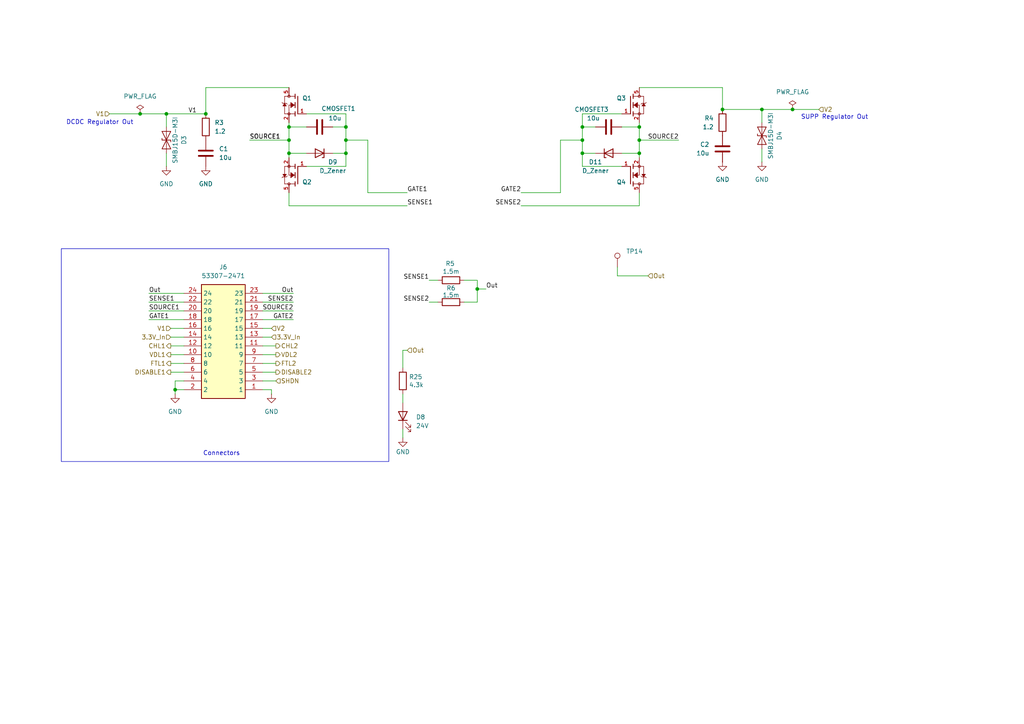
<source format=kicad_sch>
(kicad_sch (version 20250114) (generator "eeschema") (generator_version "9.0")
  (paper "A4")
  (lib_symbols
    (symbol "Connector:TestPoint" (pin_numbers (hide yes)) (pin_names (offset 0.762) (hide yes))
      (property "Reference" "TP" (at 0 6.858 0))
      (property "Value" "TestPoint" (at 0 5.08 0))
      (symbol "TestPoint_0_1"
        (circle (center 0 3.302) (radius 0.762))
      )
      (symbol "TestPoint_1_1"
        (pin passive line (at 0 0 90) (length 2.54) (name "1") (number "1"))
      )
    )
    (symbol "Device:D_Zener" (pin_numbers (hide yes)) (pin_names (offset 1.016) (hide yes))
      (property "Reference" "D" (at 0 2.54 0))
      (property "Value" "D_Zener" (at 0 -2.54 0))
      (symbol "D_Zener_0_1"
        (polyline (pts (xy -1.27 -1.27) (xy -1.27 1.27) (xy -0.762 1.27)) (stroke (width 0.254)))
        (polyline (pts (xy 1.27 0) (xy -1.27 0)))
        (polyline (pts (xy 1.27 -1.27) (xy 1.27 1.27) (xy -1.27 0) (xy 1.27 -1.27)) (stroke (width 0.254)))
      )
      (symbol "D_Zener_1_1"
        (pin passive line (at -3.81 0 0) (length 2.54) (name "K") (number "1"))
        (pin passive line (at 3.81 0 180) (length 2.54) (name "A") (number "2"))
      )
    )
    (symbol "Device:LED" (pin_numbers (hide yes)) (pin_names (offset 1.016) (hide yes))
      (property "Reference" "D" (at 0 2.54 0))
      (property "Value" "LED" (at 0 -2.54 0))
      (symbol "LED_0_1"
        (polyline (pts (xy -3.048 -0.762) (xy -4.572 -2.286) (xy -3.81 -2.286) (xy -4.572 -2.286) (xy -4.572 -1.524)))
        (polyline (pts (xy -1.778 -0.762) (xy -3.302 -2.286) (xy -2.54 -2.286) (xy -3.302 -2.286) (xy -3.302 -1.524)))
        (polyline (pts (xy -1.27 0) (xy 1.27 0)))
        (polyline (pts (xy -1.27 -1.27) (xy -1.27 1.27)) (stroke (width 0.254)))
        (polyline (pts (xy 1.27 -1.27) (xy 1.27 1.27) (xy -1.27 0) (xy 1.27 -1.27)) (stroke (width 0.254)))
      )
      (symbol "LED_1_1"
        (pin passive line (at -3.81 0 0) (length 2.54) (name "K") (number "1"))
        (pin passive line (at 3.81 0 180) (length 2.54) (name "A") (number "2"))
      )
    )
    (symbol "Device:R" (pin_numbers (hide yes)) (pin_names (offset 0))
      (property "Reference" "R" (at 2.032 0 90))
      (property "Value" "R" (at 0 0 90))
      (symbol "R_0_1"
        (rectangle (start -1.016 -2.54) (end 1.016 2.54) (stroke (width 0.254)))
      )
      (symbol "R_1_1"
        (pin passive line (at 0 3.81 270) (length 1.27) (name "~") (number "1"))
        (pin passive line (at 0 -3.81 90) (length 1.27) (name "~") (number "2"))
      )
    )
    (symbol "ECE319K:C" (pin_numbers (hide yes)) (pin_names (offset 0.254))
      (property "Reference" "C" (at 0.635 2.54 0))
      (property "Value" "C" (at 0.635 -2.54 0))
      (symbol "C_0_1"
        (polyline (pts (xy -2.032 0.762) (xy 2.032 0.762)) (stroke (width 0.508)))
        (polyline (pts (xy -2.032 -0.762) (xy 2.032 -0.762)) (stroke (width 0.508)))
      )
      (symbol "C_1_1"
        (pin passive line (at 0 3.81 270) (length 2.794) (name "~") (number "1"))
        (pin passive line (at 0 -3.81 90) (length 2.794) (name "~") (number "2"))
      )
    )
    (symbol "PowerBoardLib:SMBJ15D-M3I" (pin_numbers (hide yes)) (pin_names (hide yes))
      (property "Reference" "D" (at 0 5.08 0))
      (property "Value" "SMBJ15D-M3I" (at 0 2.54 0))
      (symbol "SMBJ15D-M3I_0_1"
        (polyline (pts (xy -2.54 -1.27) (xy 0 0) (xy -2.54 1.27) (xy -2.54 -1.27)) (stroke (width 0.2032)))
        (polyline (pts (xy 0.508 1.27) (xy 0 1.27) (xy 0 -1.27) (xy -0.508 -1.27)) (stroke (width 0.2032)))
        (polyline (pts (xy 1.27 0) (xy -1.27 0)))
        (polyline (pts (xy 2.54 1.27) (xy 2.54 -1.27) (xy 0 0) (xy 2.54 1.27)) (stroke (width 0.2032)))
      )
      (symbol "SMBJ15D-M3I_1_1"
        (pin passive line (at -3.81 0 0) (length 2.54) (name "K") (number "1"))
        (pin passive line (at 3.81 0 180) (length 2.54) (name "A") (number "2"))
      )
    )
    (symbol "PowerBoardLib:SQJQ140E-T1_GE3" (pin_names (offset 1.016))
      (property "Reference" "Q" (at -8.89 2.54 0))
      (property "Value" "SQJQ140E-T1_GE3" (at -8.89 -7.62 0))
      (symbol "SQJQ140E-T1_GE3_0_0"
        (polyline (pts (xy 0 2.54) (xy 0 -2.54)) (stroke (width 0.254)))
        (polyline (pts (xy 0.762 3.175) (xy 0.762 2.54)) (stroke (width 0.254)))
        (polyline (pts (xy 0.762 2.54) (xy 0.762 1.905)) (stroke (width 0.254)))
        (polyline (pts (xy 0.762 2.54) (xy 3.81 2.54)) (stroke (width 0.1524)))
        (polyline (pts (xy 0.762 0.762) (xy 0.762 0)) (stroke (width 0.254)))
        (polyline (pts (xy 0.762 0) (xy 0.762 -0.762)) (stroke (width 0.254)))
        (polyline (pts (xy 0.762 0) (xy 2.54 0)) (stroke (width 0.1524)))
        (polyline (pts (xy 0.762 -1.905) (xy 0.762 -2.54)) (stroke (width 0.254)))
        (polyline (pts (xy 0.762 -2.54) (xy 0.762 -3.175)) (stroke (width 0.254)))
        (polyline (pts (xy 1.016 0) (xy 2.032 0.762) (xy 2.032 -0.762) (xy 1.016 0)) (stroke (width 0.1524)) (fill (type outline)))
        (circle (center 2.54 2.54) (radius 0.3592))
        (polyline (pts (xy 2.54 0) (xy 2.54 -2.54)) (stroke (width 0.1524)))
        (polyline (pts (xy 2.54 -2.54) (xy 0.762 -2.54)) (stroke (width 0.1524)))
        (polyline (pts (xy 2.54 -2.54) (xy 3.81 -2.54)) (stroke (width 0.1524)))
        (circle (center 2.54 -2.54) (radius 0.3592))
        (polyline (pts (xy 3.302 0.508) (xy 3.048 0.254)) (stroke (width 0.1524)))
        (polyline (pts (xy 3.81 2.54) (xy 3.81 0.508)) (stroke (width 0.1524)))
        (polyline (pts (xy 3.81 0.508) (xy 3.302 0.508)) (stroke (width 0.1524)))
        (polyline (pts (xy 3.81 0.508) (xy 3.81 -2.54)) (stroke (width 0.1524)))
        (polyline (pts (xy 3.81 0.508) (xy 3.302 -0.254) (xy 4.318 -0.254) (xy 3.81 0.508)) (stroke (width 0.1524)) (fill (type outline)))
        (polyline (pts (xy 4.318 0.508) (xy 3.81 0.508)) (stroke (width 0.1524)))
        (polyline (pts (xy 4.572 0.762) (xy 4.318 0.508)) (stroke (width 0.1524)))
        (pin passive line (at -2.54 -2.54 0) (length 2.54) (name "~") (number "1"))
        (pin passive line (at 2.54 5.08 270) (length 2.54) (name "~") (number "5"))
        (pin passive line (at 2.54 -5.08 90) (length 2.54) (name "~") (number "2"))
      )
      (symbol "SQJQ140E-T1_GE3_1_0"
        (pin passive line (at 2.54 -5.08 90) (length 2.54) (hide yes) (name "~") (number "3"))
        (pin passive line (at 2.54 -5.08 90) (length 2.54) (hide yes) (name "~") (number "4"))
      )
    )
    (symbol "power:GND" (power) (pin_numbers (hide yes)) (pin_names (offset 0) (hide yes))
      (property "Value" "GND" (at 0 -3.81 0))
      (symbol "GND_0_1"
        (polyline (pts (xy 0 0) (xy 0 -1.27) (xy 1.27 -1.27) (xy 0 -2.54) (xy -1.27 -1.27) (xy 0 -1.27)))
      )
      (symbol "GND_1_1"
        (pin power_in line (at 0 0 270) (length 0) (name "~") (number "1"))
      )
    )
    (symbol "power:PWR_FLAG" (power) (pin_numbers (hide yes)) (pin_names (offset 0) (hide yes))
      (property "Value" "PWR_FLAG" (at 0 3.81 0))
      (symbol "PWR_FLAG_0_0"
        (pin power_out line (at 0 0 90) (length 0) (name "~") (number "1"))
      )
      (symbol "PWR_FLAG_0_1"
        (polyline (pts (xy 0 0) (xy 0 1.27) (xy -1.016 1.905) (xy 0 2.54) (xy 1.016 1.905) (xy 0 1.27)))
      )
    )
    (symbol "utsvt_connectors:53307-2471"
      (property "Reference" "J" (at 10.16 7.62 0))
      (property "Value" "53307-2471" (at 4.826 5.08 0))
      (symbol "53307-2471_1_1"
        (rectangle (start 5.08 2.54) (end 17.78 -30.48) (stroke (width 0.254)) (fill (type background)))
        (pin passive line (at 0 0 0) (length 5.08) (name "24") (number "24"))
        (pin passive line (at 0 -2.54 0) (length 5.08) (name "22") (number "22"))
        (pin passive line (at 0 -5.08 0) (length 5.08) (name "20") (number "20"))
        (pin passive line (at 0 -7.62 0) (length 5.08) (name "18") (number "18"))
        (pin passive line (at 0 -10.16 0) (length 5.08) (name "16") (number "16"))
        (pin passive line (at 0 -12.7 0) (length 5.08) (name "14") (number "14"))
        (pin passive line (at 0 -15.24 0) (length 5.08) (name "12") (number "12"))
        (pin passive line (at 0 -17.78 0) (length 5.08) (name "10") (number "10"))
        (pin passive line (at 0 -20.32 0) (length 5.08) (name "8") (number "8"))
        (pin passive line (at 0 -22.86 0) (length 5.08) (name "6") (number "6"))
        (pin passive line (at 0 -25.4 0) (length 5.08) (name "4") (number "4"))
        (pin passive line (at 0 -27.94 0) (length 5.08) (name "2") (number "2"))
        (pin passive line (at 22.86 0 180) (length 5.08) (name "23") (number "23"))
        (pin passive line (at 22.86 -2.54 180) (length 5.08) (name "21") (number "21"))
        (pin passive line (at 22.86 -5.08 180) (length 5.08) (name "19") (number "19"))
        (pin passive line (at 22.86 -7.62 180) (length 5.08) (name "17") (number "17"))
        (pin passive line (at 22.86 -10.16 180) (length 5.08) (name "15") (number "15"))
        (pin passive line (at 22.86 -12.7 180) (length 5.08) (name "13") (number "13"))
        (pin passive line (at 22.86 -15.24 180) (length 5.08) (name "11") (number "11"))
        (pin passive line (at 22.86 -17.78 180) (length 5.08) (name "9") (number "9"))
        (pin passive line (at 22.86 -20.32 180) (length 5.08) (name "7") (number "7"))
        (pin passive line (at 22.86 -22.86 180) (length 5.08) (name "5") (number "5"))
        (pin passive line (at 22.86 -25.4 180) (length 5.08) (name "3") (number "3"))
        (pin passive line (at 22.86 -27.94 180) (length 5.08) (name "1") (number "1"))
      )
    )
  )
  (rectangle (start 17.78 72.136) (end 112.776 133.858))
  (text "SUPP Regulator Out\n" (at 242.062 34.036 0) (effects (font (size 1.27 1.27))))
  (text "DCDC Regulator Out\n" (at 28.956 35.56 0) (effects (font (size 1.27 1.27))))
  (text "Connectors\n" (at 64.262 131.572 0) (effects (font (size 1.27 1.27))))
  (junction (at 185.42 40.64))
  (junction (at 185.42 44.45))
  (junction (at 168.91 44.45))
  (junction (at 50.8 113.03))
  (junction (at 185.42 36.83))
  (junction (at 100.33 40.64))
  (junction (at 220.98 31.75))
  (junction (at 138.43 83.82))
  (junction (at 59.69 33.02))
  (junction (at 40.64 33.02))
  (junction (at 168.91 40.64))
  (junction (at 83.82 40.64))
  (junction (at 209.55 31.75))
  (junction (at 100.33 36.83))
  (junction (at 100.33 44.45))
  (junction (at 168.91 36.83))
  (junction (at 229.87 31.75))
  (junction (at 48.26 33.02))
  (junction (at 83.82 36.83))
  (junction (at 83.82 44.45))
  (wire (pts (xy 185.42 40.64) (xy 185.42 44.45)))
  (wire (pts (xy 83.82 44.45) (xy 83.82 45.72)))
  (wire (pts (xy 116.84 114.3) (xy 116.84 116.84)))
  (wire (pts (xy 49.53 105.41) (xy 53.34 105.41)))
  (wire (pts (xy 138.43 83.82) (xy 138.43 87.63)))
  (wire (pts (xy 83.82 36.83) (xy 83.82 40.64)))
  (wire (pts (xy 134.62 81.28) (xy 138.43 81.28)))
  (wire (pts (xy 220.98 31.75) (xy 209.55 31.75)))
  (wire (pts (xy 179.07 80.01) (xy 187.96 80.01)))
  (wire (pts (xy 124.46 87.63) (xy 127 87.63)))
  (wire (pts (xy 180.34 48.26) (xy 168.91 48.26)))
  (wire (pts (xy 172.72 44.45) (xy 168.91 44.45)))
  (wire (pts (xy 106.68 55.88) (xy 106.68 40.64)))
  (wire (pts (xy 124.46 81.28) (xy 127 81.28)))
  (wire (pts (xy 185.42 36.83) (xy 185.42 40.64)))
  (wire (pts (xy 49.53 97.79) (xy 53.34 97.79)))
  (wire (pts (xy 168.91 33.02) (xy 168.91 36.83)))
  (wire (pts (xy 53.34 113.03) (xy 50.8 113.03)))
  (wire (pts (xy 83.82 59.69) (xy 118.11 59.69)))
  (wire (pts (xy 185.42 35.56) (xy 185.42 36.83)))
  (wire (pts (xy 31.75 33.02) (xy 40.64 33.02)))
  (wire (pts (xy 220.98 35.56) (xy 220.98 31.75)))
  (wire (pts (xy 49.53 102.87) (xy 53.34 102.87)))
  (wire (pts (xy 76.2 107.95) (xy 80.01 107.95)))
  (wire (pts (xy 85.09 85.09) (xy 76.2 85.09)))
  (wire (pts (xy 134.62 87.63) (xy 138.43 87.63)))
  (wire (pts (xy 96.52 44.45) (xy 100.33 44.45)))
  (wire (pts (xy 168.91 36.83) (xy 168.91 40.64)))
  (wire (pts (xy 49.53 100.33) (xy 53.34 100.33)))
  (wire (pts (xy 48.26 48.26) (xy 48.26 44.45)))
  (wire (pts (xy 180.34 44.45) (xy 185.42 44.45)))
  (wire (pts (xy 76.2 105.41) (xy 80.01 105.41)))
  (wire (pts (xy 162.56 40.64) (xy 168.91 40.64)))
  (wire (pts (xy 76.2 97.79) (xy 78.74 97.79)))
  (wire (pts (xy 83.82 55.88) (xy 83.82 59.69)))
  (wire (pts (xy 100.33 40.64) (xy 100.33 44.45)))
  (wire (pts (xy 78.74 113.03) (xy 78.74 114.3)))
  (wire (pts (xy 53.34 110.49) (xy 50.8 110.49)))
  (wire (pts (xy 43.18 85.09) (xy 53.34 85.09)))
  (wire (pts (xy 138.43 81.28) (xy 138.43 83.82)))
  (wire (pts (xy 151.13 59.69) (xy 185.42 59.69)))
  (wire (pts (xy 116.84 101.6) (xy 116.84 106.68)))
  (wire (pts (xy 76.2 95.25) (xy 78.74 95.25)))
  (wire (pts (xy 172.72 36.83) (xy 168.91 36.83)))
  (wire (pts (xy 151.13 55.88) (xy 162.56 55.88)))
  (wire (pts (xy 59.69 25.4) (xy 83.82 25.4)))
  (wire (pts (xy 76.2 87.63) (xy 85.09 87.63)))
  (wire (pts (xy 50.8 110.49) (xy 50.8 113.03)))
  (wire (pts (xy 72.39 40.64) (xy 83.82 40.64)))
  (wire (pts (xy 100.33 33.02) (xy 100.33 36.83)))
  (wire (pts (xy 76.2 113.03) (xy 78.74 113.03)))
  (wire (pts (xy 229.87 31.75) (xy 220.98 31.75)))
  (wire (pts (xy 229.87 31.75) (xy 237.49 31.75)))
  (wire (pts (xy 49.53 95.25) (xy 53.34 95.25)))
  (wire (pts (xy 96.52 36.83) (xy 100.33 36.83)))
  (wire (pts (xy 43.18 92.71) (xy 53.34 92.71)))
  (wire (pts (xy 106.68 55.88) (xy 118.11 55.88)))
  (wire (pts (xy 43.18 87.63) (xy 53.34 87.63)))
  (wire (pts (xy 88.9 36.83) (xy 83.82 36.83)))
  (wire (pts (xy 100.33 36.83) (xy 100.33 40.64)))
  (wire (pts (xy 76.2 90.17) (xy 85.09 90.17)))
  (wire (pts (xy 116.84 101.6) (xy 118.11 101.6)))
  (wire (pts (xy 83.82 35.56) (xy 83.82 36.83)))
  (wire (pts (xy 49.53 107.95) (xy 53.34 107.95)))
  (wire (pts (xy 116.84 124.46) (xy 116.84 127)))
  (wire (pts (xy 180.34 33.02) (xy 168.91 33.02)))
  (wire (pts (xy 180.34 36.83) (xy 185.42 36.83)))
  (wire (pts (xy 76.2 100.33) (xy 80.01 100.33)))
  (wire (pts (xy 43.18 90.17) (xy 53.34 90.17)))
  (wire (pts (xy 59.69 33.02) (xy 59.69 25.4)))
  (wire (pts (xy 185.42 25.4) (xy 209.55 25.4)))
  (wire (pts (xy 88.9 48.26) (xy 100.33 48.26)))
  (wire (pts (xy 83.82 40.64) (xy 83.82 44.45)))
  (wire (pts (xy 48.26 36.83) (xy 48.26 33.02)))
  (wire (pts (xy 76.2 92.71) (xy 85.09 92.71)))
  (wire (pts (xy 76.2 110.49) (xy 80.01 110.49)))
  (wire (pts (xy 168.91 44.45) (xy 168.91 48.26)))
  (wire (pts (xy 100.33 40.64) (xy 106.68 40.64)))
  (wire (pts (xy 209.55 31.75) (xy 209.55 25.4)))
  (wire (pts (xy 185.42 44.45) (xy 185.42 45.72)))
  (wire (pts (xy 76.2 102.87) (xy 80.01 102.87)))
  (wire (pts (xy 100.33 44.45) (xy 100.33 48.26)))
  (wire (pts (xy 40.64 33.02) (xy 48.26 33.02)))
  (wire (pts (xy 185.42 55.88) (xy 185.42 59.69)))
  (wire (pts (xy 88.9 33.02) (xy 100.33 33.02)))
  (wire (pts (xy 179.07 77.47) (xy 179.07 80.01)))
  (wire (pts (xy 50.8 113.03) (xy 50.8 114.3)))
  (wire (pts (xy 220.98 46.99) (xy 220.98 43.18)))
  (wire (pts (xy 196.85 40.64) (xy 185.42 40.64)))
  (wire (pts (xy 88.9 44.45) (xy 83.82 44.45)))
  (wire (pts (xy 162.56 40.64) (xy 162.56 55.88)))
  (wire (pts (xy 48.26 33.02) (xy 59.69 33.02)))
  (wire (pts (xy 168.91 40.64) (xy 168.91 44.45)))
  (wire (pts (xy 138.43 83.82) (xy 140.97 83.82)))
  (label "SOURCE1" (at 43.18 90.17 0))
  (label "V1" (at 54.61 33.02 0))
  (label "SENSE2" (at 85.09 87.63 180))
  (label "SOURCE2" (at 196.85 40.64 180))
  (label "SENSE1" (at 124.46 81.28 180))
  (label "SENSE2" (at 151.13 59.69 180))
  (label "SENSE1" (at 43.18 87.63 0))
  (label "Out" (at 140.97 83.82 0))
  (label "SENSE1" (at 118.11 59.69 0))
  (label "SOURCE1" (at 72.39 40.64 0))
  (label "Out" (at 43.18 85.09 0))
  (label "GATE1" (at 118.11 55.88 0))
  (label "GATE2" (at 85.09 92.71 180))
  (label "GATE1" (at 43.18 92.71 0))
  (label "GATE2" (at 151.13 55.88 180))
  (label "SOURCE2" (at 85.09 90.17 180))
  (label "SOURCE1" (at 72.39 40.64 0))
  (label "Out" (at 85.09 85.09 180))
  (label "SENSE2" (at 124.46 87.63 180))
  (hierarchical_label "Out" (shape input) (at 118.11 101.6 0))
  (hierarchical_label "3.3V_In" (shape input) (at 49.53 97.79 180))
  (hierarchical_label "3.3V_In" (shape input) (at 78.74 97.79 0))
  (hierarchical_label "VDL1" (shape output) (at 49.53 102.87 180))
  (hierarchical_label "CHL1" (shape output) (at 49.53 100.33 180))
  (hierarchical_label "FTL2" (shape output) (at 80.01 105.41 0))
  (hierarchical_label "CHL2" (shape output) (at 80.01 100.33 0))
  (hierarchical_label "V2" (shape input) (at 78.74 95.25 0))
  (hierarchical_label "VDL2" (shape output) (at 80.01 102.87 0))
  (hierarchical_label "V1" (shape input) (at 31.75 33.02 180))
  (hierarchical_label "SHDN" (shape input) (at 80.01 110.49 0))
  (hierarchical_label "Out" (shape input) (at 187.96 80.01 0))
  (hierarchical_label "DISABLE1" (shape output) (at 49.53 107.95 180))
  (hierarchical_label "V1" (shape input) (at 49.53 95.25 180))
  (hierarchical_label "V2" (shape input) (at 237.49 31.75 0))
  (hierarchical_label "DISABLE2" (shape output) (at 80.01 107.95 0))
  (hierarchical_label "FTL1" (shape output) (at 49.53 105.41 180))
  (symbol (lib_id "PowerBoardLib:SQJQ140E-T1_GE3") (at 182.88 30.48 0) (unit 1)
    (property "Reference" "Q3" (at 178.816 29.21 0) (effects (justify left bottom)))
    (property "Value" "SQJQ140E-T1_GE3" (effects (hide yes)))
    (property "Footprint" "PowerBoardLib:TO200P800X182-5N" (effects (hide yes)))
    (property "Datasheet" "https://www.vishay.com/docs/77320/sqjq142e.pdf" (effects (hide yes)))
    (property "Description" "460A Id, 40V Vds, N-Channel FET" (effects (hide yes)))
    (property "MF" "Vishay" (effects (hide yes)))
    (property "MAXIMUM_PACKAGE_HEIGHT" "1.827mm" (effects (hide yes)))
    (property "Package" "PowerPAK®-8 Vishay" (effects (hide yes)))
    (property "Price" "None" (effects (hide yes)))
    (property "Check_prices" "https://www.snapeda.com/parts/SQJQ140E-T1_GE3/Vishay/view-part/?ref=eda" (effects (hide yes)))
    (property "STANDARD" "IPC7351B" (effects (hide yes)))
    (property "PARTREV" "05-Aug-2019" (effects (hide yes)))
    (property "SnapEDA_Link" "https://www.snapeda.com/parts/SQJQ140E-T1_GE3/Vishay/view-part/?ref=snap" (effects (hide yes)))
    (property "MP" "SQJQ140E-T1_GE3" (effects (hide yes)))
    (property "Purchase-URL" "https://www.snapeda.com/api/url_track_click_mouser/?unipart_id=9348953&manufacturer=Vishay&part_name=SQJQ140E-T1_GE3&search_term=powerpak® 8 x 8" (effects (hide yes)))
    (property "Description_1" "\nN-Channel 40 V 701A (Tc) 600W (Tc) Surface Mount PowerPAK® 8 x 8\n" (effects (hide yes)))
    (property "MANUFACTURER" "Vishay" (effects (hide yes)))
    (property "Availability" "In Stock" (effects (hide yes)))
    (property "SNAPEDA_PN" "SQJQ140E-T1_GE3" (effects (hide yes)))
    (property "MFG PN" "SQJQ140E-T1_GE3" (effects (hide yes)))
  )
  (symbol (lib_id "Device:LED") (at 116.84 120.65 90) (unit 1)
    (property "Reference" "D8" (at 120.65 120.9674 90) (effects (justify right)))
    (property "Value" "24V" (at 120.65 123.5074 90) (effects (justify right)))
    (property "Footprint" "LED_SMD:LED_0603_1608Metric_Pad1.05x0.95mm_HandSolder" (effects (hide yes)))
    (property "Datasheet" "https://www.lcsc.com/datasheet/C7371904.pdf" (effects (hide yes)))
    (property "Description" "Light emitting diode" (effects (hide yes)))
    (property "Sim.Pins" "1=K 2=A" (effects (hide yes)))
    (property "P/N" "XL-1608UBC-06A" (effects (hide yes)))
  )
  (symbol (lib_id "Device:R") (at 130.81 87.63 90) (unit 1)
    (property "Reference" "R6" (at 130.81 83.566 90))
    (property "Value" "1.5m" (at 130.81 85.598 90))
    (property "Footprint" "LV Carrier Library:RESC6432X89N" (effects (hide yes)))
    (property "Description" "Resistor" (effects (hide yes)))
  )
  (symbol (lib_id "Device:R") (at 209.55 35.56 0) (mirror y) (unit 1)
    (property "Reference" "R4" (at 207.01 34.2899 0) (effects (justify left)))
    (property "Value" "1.2" (at 207.01 36.8299 0) (effects (justify left)))
    (property "Footprint" "Resistor_SMD:R_0603_1608Metric" (effects (hide yes)))
    (property "Datasheet" "https://www.koaspeer.com/pdfs/RK73H.pdf" (effects (hide yes)))
    (property "Description" "Resistor" (effects (hide yes)))
    (property "MFG PN" "RK73H2ATTD1R20F" (effects (hide yes)))
  )
  (symbol (lib_id "utsvt_connectors:53307-2471") (at 53.34 85.09 0) (unit 1)
    (property "Reference" "J6" (at 64.77 77.47 0))
    (property "Value" "53307-2471" (at 64.77 80.01 0))
    (property "Footprint" "LV Carrier Library:LVMux" (effects (hide yes)))
    (property "Datasheet" "https://www.mouser.com/ProductDetail/Molex/53307-2471?qs=3DzawVMofg%252Bx9c%2FNm7UacA%3D%3D&srsltid=AfmBOoo3FTqnn7XO26oYn_ClMzJiJKKwJ7tetIIyKygtiKxENiX6ckUY" (effects (hide yes)))
    (property "Description" "Board to Board & Mezzanine Connectors 0.8 BtB WaferAssy ST SMT 24Ckt EmbsTpPkg" (effects (hide yes)))
    (property "P/N" "53307-2471" (effects (hide yes)))
    (property "Height" "3.85" (effects (hide yes)))
    (property "Mouser Part Number" "538-53307-2471" (effects (hide yes)))
    (property "Mouser Price/Stock" "https://www.mouser.co.uk/ProductDetail/Molex/53307-2471?qs=3DzawVMofg%252Bx9c%2FNm7UacA%3D%3D" (effects (hide yes)))
  )
  (symbol (lib_id "Connector:TestPoint") (at 179.07 77.47 0) (unit 1)
    (property "Reference" "TP14" (at 181.61 72.8979 0) (effects (justify left)))
    (property "Value" "TestPoint" (effects (hide yes)))
    (property "Footprint" "UTSVT_Special:TestPoint_HEX_3mmID" (effects (hide yes)))
    (property "Description" "test point" (effects (hide yes)))
  )
  (symbol (lib_id "power:GND") (at 209.55 46.99 0) (unit 1)
    (property "Reference" "#PWR012" (effects (hide yes)))
    (property "Value" "GND" (at 209.55 52.07 0))
    (property "Description" "Power symbol creates a global label with name \"GND\" , ground" (effects (hide yes)))
  )
  (symbol (lib_id "Device:R") (at 130.81 81.28 90) (unit 1)
    (property "Reference" "R5" (at 130.556 76.454 90))
    (property "Value" "1.5m" (at 130.81 78.74 90))
    (property "Footprint" "LV Carrier Library:RESC6432X89N" (effects (hide yes)))
    (property "Description" "Resistor" (effects (hide yes)))
  )
  (symbol (lib_id "power:GND") (at 59.69 48.26 0) (unit 1)
    (property "Reference" "#PWR010" (effects (hide yes)))
    (property "Value" "GND" (at 59.69 53.34 0))
    (property "Description" "Power symbol creates a global label with name \"GND\" , ground" (effects (hide yes)))
  )
  (symbol (lib_id "PowerBoardLib:SQJQ140E-T1_GE3") (at 182.88 50.8 0) (mirror x) (unit 1)
    (property "Reference" "Q4" (at 178.816 52.07 0) (effects (justify left bottom)))
    (property "Value" "SQJQ140E-T1_GE3" (effects (hide yes)))
    (property "Footprint" "PowerBoardLib:TO200P800X182-5N" (effects (hide yes)))
    (property "Datasheet" "https://www.vishay.com/docs/77320/sqjq142e.pdf" (effects (hide yes)))
    (property "Description" "460A Id, 40V Vds, N-Channel FET" (effects (hide yes)))
    (property "MF" "Vishay" (effects (hide yes)))
    (property "MAXIMUM_PACKAGE_HEIGHT" "1.827mm" (effects (hide yes)))
    (property "Package" "PowerPAK®-8 Vishay" (effects (hide yes)))
    (property "Price" "None" (effects (hide yes)))
    (property "Check_prices" "https://www.snapeda.com/parts/SQJQ140E-T1_GE3/Vishay/view-part/?ref=eda" (effects (hide yes)))
    (property "STANDARD" "IPC7351B" (effects (hide yes)))
    (property "PARTREV" "05-Aug-2019" (effects (hide yes)))
    (property "SnapEDA_Link" "https://www.snapeda.com/parts/SQJQ140E-T1_GE3/Vishay/view-part/?ref=snap" (effects (hide yes)))
    (property "MP" "SQJQ140E-T1_GE3" (effects (hide yes)))
    (property "Purchase-URL" "https://www.snapeda.com/api/url_track_click_mouser/?unipart_id=9348953&manufacturer=Vishay&part_name=SQJQ140E-T1_GE3&search_term=powerpak® 8 x 8" (effects (hide yes)))
    (property "Description_1" "\nN-Channel 40 V 701A (Tc) 600W (Tc) Surface Mount PowerPAK® 8 x 8\n" (effects (hide yes)))
    (property "MANUFACTURER" "Vishay" (effects (hide yes)))
    (property "Availability" "In Stock" (effects (hide yes)))
    (property "SNAPEDA_PN" "SQJQ140E-T1_GE3" (effects (hide yes)))
    (property "MFG PN" "SQJQ140E-T1_GE3" (effects (hide yes)))
  )
  (symbol (lib_id "Device:D_Zener") (at 176.53 44.45 0) (mirror x) (unit 1)
    (property "Reference" "D11" (at 172.72 46.99 0))
    (property "Value" "D_Zener" (at 172.72 49.53 0))
    (property "Footprint" "Diode_SMD:D_SOD-523" (effects (hide yes)))
    (property "Datasheet" "https://www.mouser.com/datasheet/2/115/DIOD_S_A0003550665_1-2542209.pdf" (effects (hide yes)))
    (property "Description" "Zener diode" (effects (hide yes)))
    (property "MFG PN" "DDZ9703T-7" (effects (hide yes)))
  )
  (symbol (lib_id "PowerBoardLib:SQJQ140E-T1_GE3") (at 86.36 50.8 180) (unit 1)
    (property "Reference" "Q2" (at 90.424 52.07 0) (effects (justify left bottom)))
    (property "Value" "SQJQ140E-T1_GE3" (effects (hide yes)))
    (property "Footprint" "PowerBoardLib:TO200P800X182-5N" (effects (hide yes)))
    (property "Datasheet" "https://www.vishay.com/docs/77320/sqjq142e.pdf" (effects (hide yes)))
    (property "Description" "460A Id, 40V Vds, N-Channel FET" (effects (hide yes)))
    (property "MF" "Vishay" (effects (hide yes)))
    (property "MAXIMUM_PACKAGE_HEIGHT" "1.827mm" (effects (hide yes)))
    (property "Package" "PowerPAK®-8 Vishay" (effects (hide yes)))
    (property "Price" "None" (effects (hide yes)))
    (property "Check_prices" "https://www.snapeda.com/parts/SQJQ140E-T1_GE3/Vishay/view-part/?ref=eda" (effects (hide yes)))
    (property "STANDARD" "IPC7351B" (effects (hide yes)))
    (property "PARTREV" "05-Aug-2019" (effects (hide yes)))
    (property "SnapEDA_Link" "https://www.snapeda.com/parts/SQJQ140E-T1_GE3/Vishay/view-part/?ref=snap" (effects (hide yes)))
    (property "MP" "SQJQ140E-T1_GE3" (effects (hide yes)))
    (property "Purchase-URL" "https://www.snapeda.com/api/url_track_click_mouser/?unipart_id=9348953&manufacturer=Vishay&part_name=SQJQ140E-T1_GE3&search_term=powerpak® 8 x 8" (effects (hide yes)))
    (property "Description_1" "\nN-Channel 40 V 701A (Tc) 600W (Tc) Surface Mount PowerPAK® 8 x 8\n" (effects (hide yes)))
    (property "MANUFACTURER" "Vishay" (effects (hide yes)))
    (property "Availability" "In Stock" (effects (hide yes)))
    (property "SNAPEDA_PN" "SQJQ140E-T1_GE3" (effects (hide yes)))
    (property "MFG PN" "SQJQ140E-T1_GE3" (effects (hide yes)))
  )
  (symbol (lib_id "ECE319K:C") (at 209.55 43.18 0) (mirror y) (unit 1)
    (property "Reference" "C2" (at 205.74 41.9099 0) (effects (justify left)))
    (property "Value" "10u" (at 205.74 44.4499 0) (effects (justify left)))
    (property "Footprint" "Capacitor_SMD:C_0603_1608Metric" (effects (hide yes)))
    (property "Datasheet" "https://www.mouser.com/datasheet/2/396/taiyo_yuden_12132018_mlcc11_hq_e-1510082.pdf" (effects (hide yes)))
    (property "Description" "Unpolarized capacitor" (effects (hide yes)))
    (property "MFG PN" "TMK212BBJ106MGHT" (effects (hide yes)))
  )
  (symbol (lib_id "Device:R") (at 116.84 110.49 0) (unit 1)
    (property "Reference" "R25" (at 118.618 109.3216 0) (effects (justify left)))
    (property "Value" "4.3k" (at 118.618 111.633 0) (effects (justify left)))
    (property "Footprint" "Resistor_SMD:R_0603_1608Metric_Pad0.98x0.95mm_HandSolder" (effects (hide yes)))
    (property "Description" "Resistor" (effects (hide yes)))
    (property "P/N" "CRCW06034K30FKTA " (effects (hide yes)))
  )
  (symbol (lib_id "power:GND") (at 220.98 46.99 0) (unit 1)
    (property "Reference" "#PWR014" (effects (hide yes)))
    (property "Value" "GND" (at 220.98 52.07 0))
    (property "Description" "Power symbol creates a global label with name \"GND\" , ground" (effects (hide yes)))
  )
  (symbol (lib_id "PowerBoardLib:SMBJ15D-M3I") (at 220.98 39.37 270) (unit 1)
    (property "Reference" "D4" (at 226.06 39.37 0))
    (property "Value" "SMBJ15D-M3I" (at 223.52 39.37 0))
    (property "Footprint" "PowerBoardLib:P26_DO-214AA_SMB" (effects (hide yes)))
    (property "Datasheet" "https://www.vishay.com/docs/87606/smbj5cdthrusmbj120cd.pdf" (effects (hide yes)))
    (property "Description" "Bidirectional TVS Diode" (effects (hide yes)))
    (property "MFG PN" "SMBJ15D-M3I" (effects (hide yes)))
  )
  (symbol (lib_id "power:GND") (at 116.84 127 0) (unit 1)
    (property "Reference" "#PWR087" (effects (hide yes)))
    (property "Value" "GND" (at 116.84 131.064 0))
    (property "Description" "Power symbol creates a global label with name \"GND\" , ground" (effects (hide yes)))
  )
  (symbol (lib_id "ECE319K:C") (at 59.69 44.45 0) (unit 1)
    (property "Reference" "C1" (at 63.5 43.1799 0) (effects (justify left)))
    (property "Value" "10u" (at 63.5 45.7199 0) (effects (justify left)))
    (property "Footprint" "Capacitor_SMD:C_0603_1608Metric" (effects (hide yes)))
    (property "Datasheet" "https://www.mouser.com/datasheet/2/396/taiyo_yuden_12132018_mlcc11_hq_e-1510082.pdf" (effects (hide yes)))
    (property "Description" "Unpolarized capacitor" (effects (hide yes)))
    (property "MFG PN" "TMK212BBJ106MGHT" (effects (hide yes)))
  )
  (symbol (lib_id "power:GND") (at 50.8 114.3 0) (unit 1)
    (property "Reference" "#PWR01" (effects (hide yes)))
    (property "Value" "GND" (at 50.8 119.38 0))
    (property "Description" "Power symbol creates a global label with name \"GND\" , ground" (effects (hide yes)))
  )
  (symbol (lib_id "ECE319K:C") (at 92.71 36.83 270) (unit 1)
    (property "Reference" "CMOSFET1" (at 93.218 31.496 90) (effects (justify left)))
    (property "Value" "10u" (at 95.25 34.29 90) (effects (justify left)))
    (property "Footprint" "Capacitor_SMD:C_0603_1608Metric" (effects (hide yes)))
    (property "Datasheet" "https://www.mouser.com/datasheet/2/396/taiyo_yuden_12132018_mlcc11_hq_e-1510082.pdf" (effects (hide yes)))
    (property "Description" "Unpolarized capacitor" (effects (hide yes)))
    (property "MFG PN" "TMK212BBJ106MGHT" (effects (hide yes)))
  )
  (symbol (lib_id "power:PWR_FLAG") (at 229.87 31.75 0) (unit 1)
    (property "Reference" "#FLG03" (effects (hide yes)))
    (property "Value" "PWR_FLAG" (at 229.87 26.67 0))
    (property "Description" "Special symbol for telling ERC where power comes from" (effects (hide yes)))
  )
  (symbol (lib_id "power:GND") (at 48.26 48.26 0) (unit 1)
    (property "Reference" "#PWR09" (effects (hide yes)))
    (property "Value" "GND" (at 48.26 53.34 0))
    (property "Description" "Power symbol creates a global label with name \"GND\" , ground" (effects (hide yes)))
  )
  (symbol (lib_id "power:PWR_FLAG") (at 40.64 33.02 0) (unit 1)
    (property "Reference" "#FLG02" (effects (hide yes)))
    (property "Value" "PWR_FLAG" (at 40.64 27.94 0))
    (property "Description" "Special symbol for telling ERC where power comes from" (effects (hide yes)))
  )
  (symbol (lib_id "PowerBoardLib:SMBJ15D-M3I") (at 48.26 40.64 270) (unit 1)
    (property "Reference" "D3" (at 53.34 40.64 0))
    (property "Value" "SMBJ15D-M3I" (at 50.8 40.64 0))
    (property "Footprint" "PowerBoardLib:P26_DO-214AA_SMB" (effects (hide yes)))
    (property "Datasheet" "https://www.vishay.com/docs/87606/smbj5cdthrusmbj120cd.pdf" (effects (hide yes)))
    (property "Description" "Bidirectional TVS Diode" (effects (hide yes)))
    (property "MFG PN" "SMBJ15D-M3I" (effects (hide yes)))
  )
  (symbol (lib_id "ECE319K:C") (at 176.53 36.83 90) (mirror x) (unit 1)
    (property "Reference" "CMOSFET3" (at 176.53 31.75 90) (effects (justify left)))
    (property "Value" "10u" (at 173.99 34.29 90) (effects (justify left)))
    (property "Footprint" "Capacitor_SMD:C_0603_1608Metric" (effects (hide yes)))
    (property "Datasheet" "https://www.mouser.com/datasheet/2/396/taiyo_yuden_12132018_mlcc11_hq_e-1510082.pdf" (effects (hide yes)))
    (property "Description" "Unpolarized capacitor" (effects (hide yes)))
    (property "MFG PN" "TMK212BBJ106MGHT" (effects (hide yes)))
  )
  (symbol (lib_id "PowerBoardLib:SQJQ140E-T1_GE3") (at 86.36 30.48 0) (mirror y) (unit 1)
    (property "Reference" "Q1" (at 90.424 29.21 0) (effects (justify left bottom)))
    (property "Value" "SQJQ140E-T1_GE3" (effects (hide yes)))
    (property "Footprint" "PowerBoardLib:TO200P800X182-5N" (effects (hide yes)))
    (property "Datasheet" "https://www.vishay.com/docs/77320/sqjq142e.pdf" (effects (hide yes)))
    (property "Description" "460A Id, 40V Vds, N-Channel FET" (effects (hide yes)))
    (property "MF" "Vishay" (effects (hide yes)))
    (property "MAXIMUM_PACKAGE_HEIGHT" "1.827mm" (effects (hide yes)))
    (property "Package" "PowerPAK®-8 Vishay" (effects (hide yes)))
    (property "Price" "None" (effects (hide yes)))
    (property "Check_prices" "https://www.snapeda.com/parts/SQJQ140E-T1_GE3/Vishay/view-part/?ref=eda" (effects (hide yes)))
    (property "STANDARD" "IPC7351B" (effects (hide yes)))
    (property "PARTREV" "05-Aug-2019" (effects (hide yes)))
    (property "SnapEDA_Link" "https://www.snapeda.com/parts/SQJQ140E-T1_GE3/Vishay/view-part/?ref=snap" (effects (hide yes)))
    (property "MP" "SQJQ140E-T1_GE3" (effects (hide yes)))
    (property "Purchase-URL" "https://www.snapeda.com/api/url_track_click_mouser/?unipart_id=9348953&manufacturer=Vishay&part_name=SQJQ140E-T1_GE3&search_term=powerpak® 8 x 8" (effects (hide yes)))
    (property "Description_1" "\nN-Channel 40 V 701A (Tc) 600W (Tc) Surface Mount PowerPAK® 8 x 8\n" (effects (hide yes)))
    (property "MANUFACTURER" "Vishay" (effects (hide yes)))
    (property "Availability" "In Stock" (effects (hide yes)))
    (property "SNAPEDA_PN" "SQJQ140E-T1_GE3" (effects (hide yes)))
    (property "MFG PN" "SQJQ140E-T1_GE3" (effects (hide yes)))
  )
  (symbol (lib_id "Device:R") (at 59.69 36.83 0) (unit 1)
    (property "Reference" "R3" (at 62.23 35.5599 0) (effects (justify left)))
    (property "Value" "1.2" (at 62.23 38.0999 0) (effects (justify left)))
    (property "Footprint" "Resistor_SMD:R_0603_1608Metric" (effects (hide yes)))
    (property "Datasheet" "https://www.koaspeer.com/pdfs/RK73H.pdf" (effects (hide yes)))
    (property "Description" "Resistor" (effects (hide yes)))
    (property "MFG PN" "RK73H2ATTD1R20F" (effects (hide yes)))
  )
  (symbol (lib_id "Device:D_Zener") (at 92.71 44.45 180) (unit 1)
    (property "Reference" "D9" (at 96.52 46.99 0))
    (property "Value" "D_Zener" (at 96.52 49.53 0))
    (property "Footprint" "Diode_SMD:D_SOD-523" (effects (hide yes)))
    (property "Datasheet" "https://www.mouser.com/datasheet/2/115/DIOD_S_A0003550665_1-2542209.pdf" (effects (hide yes)))
    (property "Description" "Zener diode" (effects (hide yes)))
    (property "MFG PN" "DDZ9703T-7" (effects (hide yes)))
  )
  (symbol (lib_id "power:GND") (at 78.74 114.3 0) (mirror y) (unit 1)
    (property "Reference" "#PWR04" (effects (hide yes)))
    (property "Value" "GND" (at 78.74 119.38 0))
    (property "Description" "Power symbol creates a global label with name \"GND\" , ground" (effects (hide yes)))
  )
)
</source>
